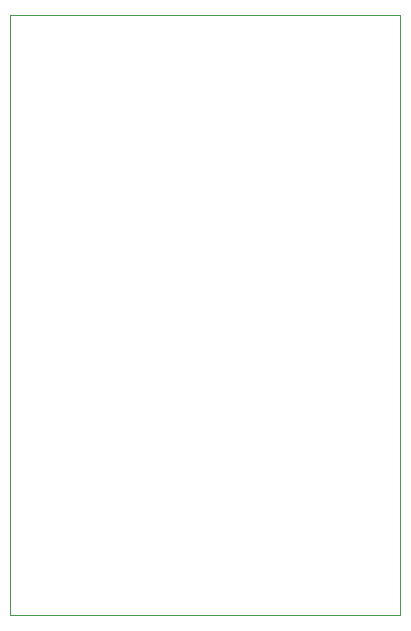
<source format=gbr>
G04 #@! TF.FileFunction,Profile,NP*
%FSLAX46Y46*%
G04 Gerber Fmt 4.6, Leading zero omitted, Abs format (unit mm)*
G04 Created by KiCad (PCBNEW (after 2015-mar-04 BZR unknown)-product) date Wed 09 Sep 2015 12:18:02 PM PDT*
%MOMM*%
G01*
G04 APERTURE LIST*
%ADD10C,0.100000*%
G04 APERTURE END LIST*
D10*
X155638500Y-67945000D02*
X122618500Y-67945000D01*
X155638500Y-118745000D02*
X155638500Y-67945000D01*
X122618500Y-118745000D02*
X155638500Y-118745000D01*
X122618500Y-67945000D02*
X122618500Y-118745000D01*
M02*

</source>
